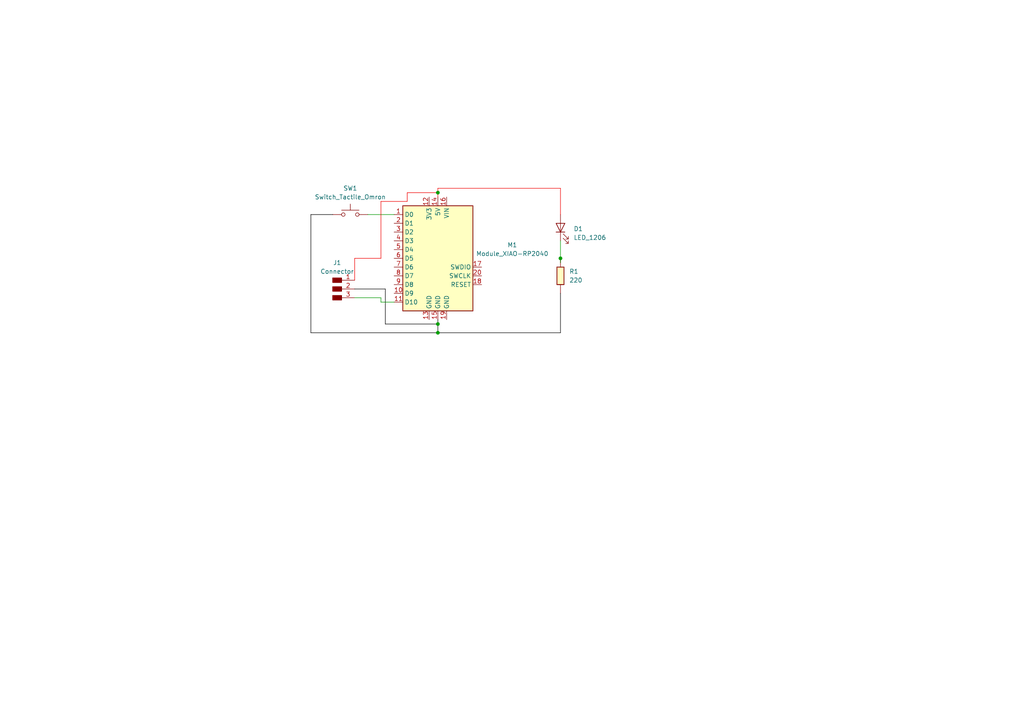
<source format=kicad_sch>
(kicad_sch (version 20250114) (generator "eeschema") (generator_version "9.0")
  (paper "A4")
  (lib_symbols
    (symbol "fab:LED_1206" (pin_numbers (hide yes)) (pin_names (offset 1.016) (hide yes))
      (property "Reference" "D" (at 0 2.54 0))
      (property "Value" "LED_1206" (at 0 -2.54 0))
      (symbol "LED_1206_0_1"
        (polyline (pts (xy -3.048 -0.762) (xy -4.572 -2.286) (xy -3.81 -2.286) (xy -4.572 -2.286) (xy -4.572 -1.524)))
        (polyline (pts (xy -1.778 -0.762) (xy -3.302 -2.286) (xy -2.54 -2.286) (xy -3.302 -2.286) (xy -3.302 -1.524)))
        (polyline (pts (xy -1.27 0) (xy 1.27 0)))
        (polyline (pts (xy -1.27 -1.27) (xy -1.27 1.27)) (stroke (width 0.2032)))
        (polyline (pts (xy 1.27 -1.27) (xy 1.27 1.27) (xy -1.27 0) (xy 1.27 -1.27)) (stroke (width 0.2032)))
      )
      (symbol "LED_1206_1_1"
        (pin passive line (at -3.81 0 0) (length 2.54) (name "K") (number "1"))
        (pin passive line (at 3.81 0 180) (length 2.54) (name "A") (number "2"))
      )
    )
    (symbol "fab:Module_XIAO-RP2040"
      (property "Reference" "M" (at -10.16 16.51 0))
      (property "Value" "Module_XIAO-RP2040" (at 3.81 16.51 0))
      (symbol "Module_XIAO-RP2040_1_1"
        (rectangle (start -10.16 15.24) (end 10.16 -15.24) (stroke (width 0.254)) (fill (type background)))
        (pin bidirectional line (at -12.7 12.7 0) (length 2.54) (name "D0") (number "1"))
        (pin bidirectional line (at -12.7 10.16 0) (length 2.54) (name "D1") (number "2"))
        (pin bidirectional line (at -12.7 7.62 0) (length 2.54) (name "D2") (number "3"))
        (pin bidirectional line (at -12.7 5.08 0) (length 2.54) (name "D3") (number "4"))
        (pin bidirectional line (at -12.7 2.54 0) (length 2.54) (name "D4") (number "5"))
        (pin bidirectional line (at -12.7 0 0) (length 2.54) (name "D5") (number "6"))
        (pin bidirectional line (at -12.7 -2.54 0) (length 2.54) (name "D6") (number "7"))
        (pin bidirectional line (at -12.7 -5.08 0) (length 2.54) (name "D7") (number "8"))
        (pin bidirectional line (at -12.7 -7.62 0) (length 2.54) (name "D8") (number "9"))
        (pin bidirectional line (at -12.7 -10.16 0) (length 2.54) (name "D9") (number "10"))
        (pin bidirectional line (at -12.7 -12.7 0) (length 2.54) (name "D10") (number "11"))
        (pin power_in line (at -2.54 17.78 270) (length 2.54) (name "3V3") (number "12"))
        (pin power_in line (at -2.54 -17.78 90) (length 2.54) (name "GND") (number "13"))
        (pin power_in line (at 0 17.78 270) (length 2.54) (name "5V") (number "14"))
        (pin power_in line (at 0 -17.78 90) (length 2.54) (name "GND") (number "15"))
        (pin power_in line (at 2.54 17.78 270) (length 2.54) (name "VIN") (number "16"))
        (pin power_in line (at 2.54 -17.78 90) (length 2.54) (name "GND") (number "19"))
        (pin bidirectional line (at 12.7 -2.54 180) (length 2.54) (name "SWDIO") (number "17"))
        (pin input line (at 12.7 -5.08 180) (length 2.54) (name "SWCLK") (number "20"))
        (pin input line (at 12.7 -7.62 180) (length 2.54) (name "RESET") (number "18"))
      )
    )
    (symbol "fab:PinHeader_01x03_P2.54mm_Vertical_THT_D1.4mm" (pin_names (hide yes))
      (property "Reference" "J" (at 0 5.08 0))
      (property "Value" "PinHeader_01x03_P2.54mm_Vertical_THT_D1.4mm" (at 0 -5.08 0))
      (symbol "PinHeader_01x03_P2.54mm_Vertical_THT_D1.4mm_1_1"
        (rectangle (start -1.27 3.175) (end 1.27 1.905) (stroke (width 0.254)) (fill (type outline)))
        (rectangle (start -1.27 0.635) (end 1.27 -0.635) (stroke (width 0.254)) (fill (type outline)))
        (rectangle (start -1.27 -1.905) (end 1.27 -3.175) (stroke (width 0.254)) (fill (type outline)))
        (pin passive line (at 5.08 2.54 180) (length 3.81) (name "Pin_1") (number "1"))
        (pin passive line (at 5.08 0 180) (length 3.81) (name "Pin_2") (number "2"))
        (pin passive line (at 5.08 -2.54 180) (length 3.81) (name "Pin_3") (number "3"))
      )
    )
    (symbol "fab:R_1206" (pin_numbers (hide yes)) (pin_names (offset 0))
      (property "Reference" "R" (at 2.54 0 90))
      (property "Value" "R_1206" (at -2.54 0 90))
      (symbol "R_1206_0_1"
        (rectangle (start -1.016 -2.54) (end 1.016 2.54) (stroke (width 0.254)) (fill (type background)))
      )
      (symbol "R_1206_1_1"
        (pin passive line (at 0 5.08 270) (length 2.54) (name "~") (number "1"))
        (pin passive line (at 0 -5.08 90) (length 2.54) (name "~") (number "2"))
      )
    )
    (symbol "fab:Switch_Tactile_Omron" (pin_numbers (hide yes)) (pin_names (offset 1.016) (hide yes))
      (property "Reference" "SW" (at 1.27 2.54 0))
      (property "Value" "Switch_Tactile_Omron" (at 0 -1.524 0))
      (symbol "Switch_Tactile_Omron_0_1"
        (circle (center -2.032 0) (radius 0.508))
        (polyline (pts (xy 0 1.27) (xy 0 3.048)))
        (circle (center 2.032 0) (radius 0.508))
        (polyline (pts (xy 2.54 1.27) (xy -2.54 1.27)))
        (pin passive line (at -5.08 0 0) (length 2.54) (name "1") (number "1"))
        (pin passive line (at 5.08 0 180) (length 2.54) (name "2") (number "2"))
      )
    )
  )
  (junction (at 127 96.52))
  (junction (at 127 55.88))
  (junction (at 162.56 74.93))
  (junction (at 127 93.98))
  (wire (pts (xy 127 55.88) (xy 127 57.15)) (stroke (width 0) (color 240 0 0 1)))
  (wire (pts (xy 96.52 62.23) (xy 90.17 62.23)) (stroke (width 0) (color 0 0 0 1)))
  (wire (pts (xy 102.87 74.93) (xy 110.49 74.93)) (stroke (width 0) (color 240 0 0 1)))
  (wire (pts (xy 111.76 83.82) (xy 111.76 93.98)) (stroke (width 0) (color 5 5 5 1)))
  (wire (pts (xy 118.11 58.42) (xy 118.11 55.88)) (stroke (width 0) (color 240 0 0 1)))
  (wire (pts (xy 102.87 83.82) (xy 111.76 83.82)) (stroke (width 0) (color 5 5 5 1)))
  (wire (pts (xy 110.49 58.42) (xy 118.11 58.42)) (stroke (width 0) (color 240 0 0 1)))
  (wire (pts (xy 127 92.71) (xy 127 93.98)) (stroke (width 0) (color 5 5 5 1)))
  (wire (pts (xy 127 54.61) (xy 127 55.88)) (stroke (width 0) (color 240 0 0 1)))
  (wire (pts (xy 90.17 62.23) (xy 90.17 96.52)) (stroke (width 0) (color 0 0 0 1)))
  (wire (pts (xy 110.49 86.36) (xy 110.49 87.63)))
  (wire (pts (xy 162.56 69.85) (xy 162.56 74.93)))
  (wire (pts (xy 127 93.98) (xy 127 96.52)) (stroke (width 0) (color 5 5 5 1)))
  (wire (pts (xy 110.49 74.93) (xy 110.49 58.42)) (stroke (width 0) (color 240 0 0 1)))
  (wire (pts (xy 102.87 86.36) (xy 110.49 86.36)))
  (wire (pts (xy 118.11 55.88) (xy 127 55.88)) (stroke (width 0) (color 240 0 0 1)))
  (wire (pts (xy 162.56 85.09) (xy 162.56 96.52)) (stroke (width 0) (color 5 5 5 1)))
  (wire (pts (xy 106.68 62.23) (xy 114.3 62.23)))
  (wire (pts (xy 111.76 93.98) (xy 127 93.98)) (stroke (width 0) (color 5 5 5 1)))
  (wire (pts (xy 162.56 62.23) (xy 162.56 54.61)) (stroke (width 0) (color 240 0 0 1)))
  (wire (pts (xy 110.49 87.63) (xy 114.3 87.63)))
  (wire (pts (xy 162.56 74.93) (xy 162.56 76.2)))
  (wire (pts (xy 162.56 54.61) (xy 127 54.61)) (stroke (width 0) (color 240 0 0 1)))
  (wire (pts (xy 127 96.52) (xy 162.56 96.52)) (stroke (width 0) (color 5 5 5 1)))
  (wire (pts (xy 102.87 74.93) (xy 102.87 81.28)) (stroke (width 0) (color 240 0 0 1)))
  (wire (pts (xy 90.17 96.52) (xy 127 96.52)) (stroke (width 0) (color 0 0 0 1)))
  (symbol (lib_id "fab:PinHeader_01x03_P2.54mm_Vertical_THT_D1.4mm") (at 97.79 83.82 0) (unit 1)
    (property "Reference" "J1" (at 97.79 76.2 0))
    (property "Value" "Connector" (at 97.79 78.74 0))
    (property "Footprint" "fab:PinHeader_01x03_P2.54mm_Vertical_THT_D1.4mm" (effects (hide yes)))
    (property "Description" "Male connector, single row. PinHeader_01x03_P2.54mm_Vertical_THT_D1.4mm" (effects (hide yes)))
  )
  (symbol (lib_id "fab:Module_XIAO-RP2040") (at 127 74.93 0) (unit 1)
    (property "Reference" "M1" (at 148.59 71.0498 0))
    (property "Value" "Module_XIAO-RP2040" (at 148.59 73.5898 0))
    (property "Footprint" "fab:SeeedStudio_XIAO_RP2040" (effects (hide yes)))
    (property "Datasheet" "https://wiki.seeedstudio.com/XIAO-RP2040/" (effects (hide yes)))
    (property "Description" "RP2040 XIAO RP2040 - ARM® Cortex®-M0+ MCU 32-Bit Embedded Evaluation Board" (effects (hide yes)))
  )
  (symbol (lib_id "fab:Switch_Tactile_Omron") (at 101.6 62.23 0) (unit 1)
    (property "Reference" "SW1" (at 101.6 54.61 0))
    (property "Value" "Switch_Tactile_Omron" (at 101.6 57.15 0))
    (property "Footprint" "fab:Button_Omron_B3SN_6.0x6.0mm" (effects (hide yes)))
    (property "Datasheet" "https://omronfs.omron.com/en_US/ecb/products/pdf/en-b3sn.pdf" (effects (hide yes)))
    (property "Description" "Push button switch, Omron, B3SN, Sealed Tactile Switch (SMT), SPST-NO Top Actuated Surface Mount" (effects (hide yes)))
  )
  (symbol (lib_id "fab:LED_1206") (at 162.56 66.04 90) (unit 1)
    (property "Reference" "D1" (at 166.37 66.3701 90) (effects (justify right)))
    (property "Value" "LED_1206" (at 166.37 68.9101 90) (effects (justify right)))
    (property "Footprint" "fab:LED_1206" (effects (hide yes)))
    (property "Datasheet" "https://optoelectronics.liteon.com/upload/download/DS-22-98-0002/LTST-C150CKT.pdf" (effects (hide yes)))
    (property "Description" "Light emitting diode, Lite-On Inc. LTST, SMD" (effects (hide yes)))
  )
  (symbol (lib_id "fab:R_1206") (at 162.56 80.01 0) (unit 1)
    (property "Reference" "R1" (at 165.1 78.7399 0) (effects (justify left)))
    (property "Value" "220" (at 165.1 81.2799 0) (effects (justify left)))
    (property "Footprint" "fab:R_1206" (effects (hide yes)))
    (property "Description" "Resistor" (effects (hide yes)))
  )
)
</source>
